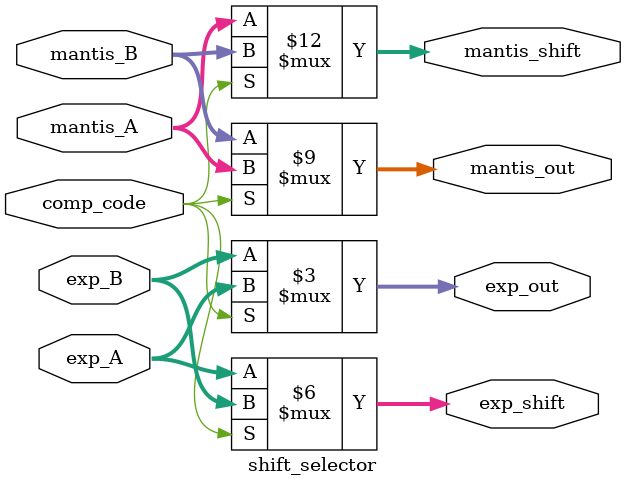
<source format=v>
module shift_selector (
    comp_code,
    exp_A, exp_B,
    mantis_A, mantis_B,
    exp_shift, exp_out,
    mantis_shift, mantis_out
);

input comp_code;
input [7:0] exp_A, exp_B;
input [27:0] mantis_A, mantis_B;
output reg [7:0] exp_shift, exp_out;
output reg [27:0] mantis_shift, mantis_out;

always @(*) begin
    if (comp_code) begin
        mantis_shift = mantis_B;
        mantis_out = mantis_A;
        exp_shift = exp_B;
        exp_out = exp_A;
    end // comp_code == 1
    else begin
        mantis_shift = mantis_A;
        mantis_out = mantis_B;
        exp_shift = exp_A;
        exp_out = exp_B;
    end //comb_code == 0
end

endmodule // shift_selector

</source>
